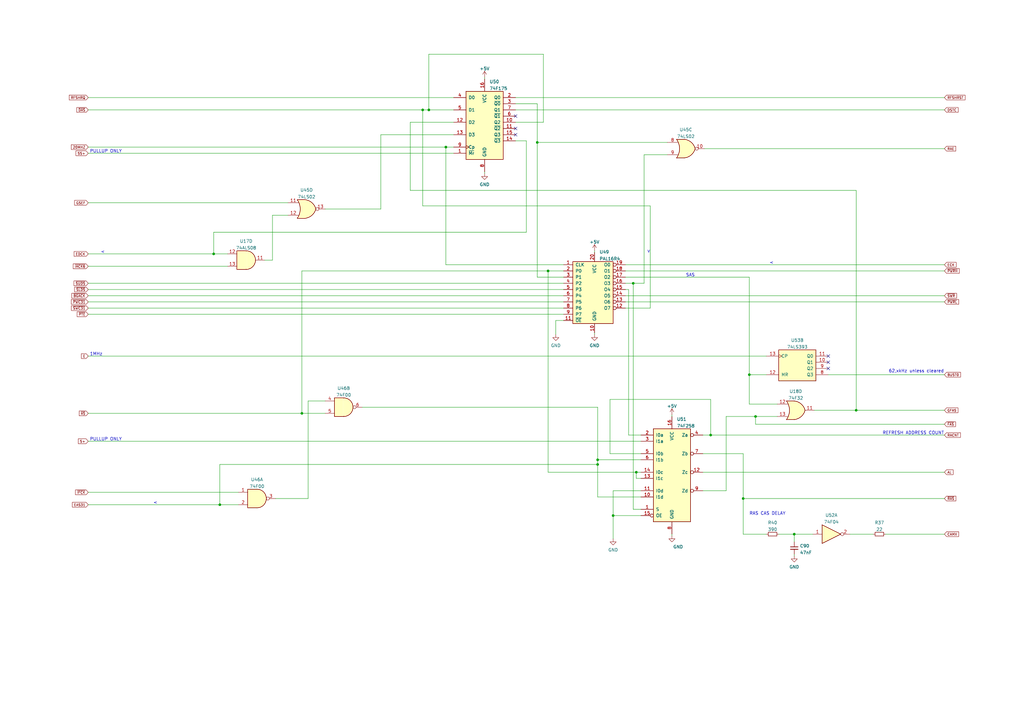
<source format=kicad_sch>
(kicad_sch (version 20211123) (generator eeschema)
  (paper "A3")
  (lib_symbols
    (symbol "74xx:74LS00" (pin_names (offset 1.016))
      (property "Reference" "U" (at 0 1.27 0))
      (property "Value" "74LS00" (at 0 -1.27 0))
      (symbol "74LS00_1_1"
        (arc (start 0 -3.81) (mid 3.81 0) (end 0 3.81) (stroke (width 0.254)) (fill (type background)))
        (polyline (pts (xy 0 3.81) (xy -3.81 3.81) (xy -3.81 -3.81) (xy 0 -3.81)) (stroke (width 0.254)) (fill (type background)))
        (pin input line (at -7.62 2.54 0) (length 3.81) (name "~") (number "1"))
        (pin input line (at -7.62 -2.54 0) (length 3.81) (name "~") (number "2"))
        (pin output inverted (at 7.62 0 180) (length 3.81) (name "~") (number "3"))
      )
      (symbol "74LS00_1_2"
        (arc (start -3.81 -3.81) (mid -2.589 0) (end -3.81 3.81) (stroke (width 0.254)))
        (arc (start -0.6096 -3.81) (mid 2.1855 -2.584) (end 3.81 0) (stroke (width 0.254)) (fill (type background)))
        (polyline (pts (xy -3.81 -3.81) (xy -0.635 -3.81)) (stroke (width 0.254)) (fill (type background)))
        (polyline (pts (xy -3.81 3.81) (xy -0.635 3.81)) (stroke (width 0.254)) (fill (type background)))
        (polyline (pts (xy -0.635 3.81) (xy -3.81 3.81) (xy -3.81 3.81) (xy -3.556 3.4036) (xy -3.0226 2.2606) (xy -2.6924 1.0414) (xy -2.6162 -0.254) (xy -2.7686 -1.4986) (xy -3.175 -2.7178) (xy -3.81 -3.81) (xy -3.81 -3.81) (xy -0.635 -3.81)) (stroke (width -25.4)) (fill (type background)))
        (arc (start 3.81 0) (mid 2.1928 2.5925) (end -0.6096 3.81) (stroke (width 0.254)) (fill (type background)))
        (pin input inverted (at -7.62 2.54 0) (length 4.318) (name "~") (number "1"))
        (pin input inverted (at -7.62 -2.54 0) (length 4.318) (name "~") (number "2"))
        (pin output line (at 7.62 0 180) (length 3.81) (name "~") (number "3"))
      )
      (symbol "74LS00_2_1"
        (arc (start 0 -3.81) (mid 3.81 0) (end 0 3.81) (stroke (width 0.254)) (fill (type background)))
        (polyline (pts (xy 0 3.81) (xy -3.81 3.81) (xy -3.81 -3.81) (xy 0 -3.81)) (stroke (width 0.254)) (fill (type background)))
        (pin input line (at -7.62 2.54 0) (length 3.81) (name "~") (number "4"))
        (pin input line (at -7.62 -2.54 0) (length 3.81) (name "~") (number "5"))
        (pin output inverted (at 7.62 0 180) (length 3.81) (name "~") (number "6"))
      )
      (symbol "74LS00_2_2"
        (arc (start -3.81 -3.81) (mid -2.589 0) (end -3.81 3.81) (stroke (width 0.254)))
        (arc (start -0.6096 -3.81) (mid 2.1855 -2.584) (end 3.81 0) (stroke (width 0.254)) (fill (type background)))
        (polyline (pts (xy -3.81 -3.81) (xy -0.635 -3.81)) (stroke (width 0.254)) (fill (type background)))
        (polyline (pts (xy -3.81 3.81) (xy -0.635 3.81)) (stroke (width 0.254)) (fill (type background)))
        (polyline (pts (xy -0.635 3.81) (xy -3.81 3.81) (xy -3.81 3.81) (xy -3.556 3.4036) (xy -3.0226 2.2606) (xy -2.6924 1.0414) (xy -2.6162 -0.254) (xy -2.7686 -1.4986) (xy -3.175 -2.7178) (xy -3.81 -3.81) (xy -3.81 -3.81) (xy -0.635 -3.81)) (stroke (width -25.4)) (fill (type background)))
        (arc (start 3.81 0) (mid 2.1928 2.5925) (end -0.6096 3.81) (stroke (width 0.254)) (fill (type background)))
        (pin input inverted (at -7.62 2.54 0) (length 4.318) (name "~") (number "4"))
        (pin input inverted (at -7.62 -2.54 0) (length 4.318) (name "~") (number "5"))
        (pin output line (at 7.62 0 180) (length 3.81) (name "~") (number "6"))
      )
      (symbol "74LS00_3_1"
        (arc (start 0 -3.81) (mid 3.81 0) (end 0 3.81) (stroke (width 0.254)) (fill (type background)))
        (polyline (pts (xy 0 3.81) (xy -3.81 3.81) (xy -3.81 -3.81) (xy 0 -3.81)) (stroke (width 0.254)) (fill (type background)))
        (pin input line (at -7.62 -2.54 0) (length 3.81) (name "~") (number "10"))
        (pin output inverted (at 7.62 0 180) (length 3.81) (name "~") (number "8"))
        (pin input line (at -7.62 2.54 0) (length 3.81) (name "~") (number "9"))
      )
      (symbol "74LS00_3_2"
        (arc (start -3.81 -3.81) (mid -2.589 0) (end -3.81 3.81) (stroke (width 0.254)))
        (arc (start -0.6096 -3.81) (mid 2.1855 -2.584) (end 3.81 0) (stroke (width 0.254)) (fill (type background)))
        (polyline (pts (xy -3.81 -3.81) (xy -0.635 -3.81)) (stroke (width 0.254)) (fill (type background)))
        (polyline (pts (xy -3.81 3.81) (xy -0.635 3.81)) (stroke (width 0.254)) (fill (type background)))
        (polyline (pts (xy -0.635 3.81) (xy -3.81 3.81) (xy -3.81 3.81) (xy -3.556 3.4036) (xy -3.0226 2.2606) (xy -2.6924 1.0414) (xy -2.6162 -0.254) (xy -2.7686 -1.4986) (xy -3.175 -2.7178) (xy -3.81 -3.81) (xy -3.81 -3.81) (xy -0.635 -3.81)) (stroke (width -25.4)) (fill (type background)))
        (arc (start 3.81 0) (mid 2.1928 2.5925) (end -0.6096 3.81) (stroke (width 0.254)) (fill (type background)))
        (pin input inverted (at -7.62 -2.54 0) (length 4.318) (name "~") (number "10"))
        (pin output line (at 7.62 0 180) (length 3.81) (name "~") (number "8"))
        (pin input inverted (at -7.62 2.54 0) (length 4.318) (name "~") (number "9"))
      )
      (symbol "74LS00_4_1"
        (arc (start 0 -3.81) (mid 3.81 0) (end 0 3.81) (stroke (width 0.254)) (fill (type background)))
        (polyline (pts (xy 0 3.81) (xy -3.81 3.81) (xy -3.81 -3.81) (xy 0 -3.81)) (stroke (width 0.254)) (fill (type background)))
        (pin output inverted (at 7.62 0 180) (length 3.81) (name "~") (number "11"))
        (pin input line (at -7.62 2.54 0) (length 3.81) (name "~") (number "12"))
        (pin input line (at -7.62 -2.54 0) (length 3.81) (name "~") (number "13"))
      )
      (symbol "74LS00_4_2"
        (arc (start -3.81 -3.81) (mid -2.589 0) (end -3.81 3.81) (stroke (width 0.254)))
        (arc (start -0.6096 -3.81) (mid 2.1855 -2.584) (end 3.81 0) (stroke (width 0.254)) (fill (type background)))
        (polyline (pts (xy -3.81 -3.81) (xy -0.635 -3.81)) (stroke (width 0.254)) (fill (type background)))
        (polyline (pts (xy -3.81 3.81) (xy -0.635 3.81)) (stroke (width 0.254)) (fill (type background)))
        (polyline (pts (xy -0.635 3.81) (xy -3.81 3.81) (xy -3.81 3.81) (xy -3.556 3.4036) (xy -3.0226 2.2606) (xy -2.6924 1.0414) (xy -2.6162 -0.254) (xy -2.7686 -1.4986) (xy -3.175 -2.7178) (xy -3.81 -3.81) (xy -3.81 -3.81) (xy -0.635 -3.81)) (stroke (width -25.4)) (fill (type background)))
        (arc (start 3.81 0) (mid 2.1928 2.5925) (end -0.6096 3.81) (stroke (width 0.254)) (fill (type background)))
        (pin output line (at 7.62 0 180) (length 3.81) (name "~") (number "11"))
        (pin input inverted (at -7.62 2.54 0) (length 4.318) (name "~") (number "12"))
        (pin input inverted (at -7.62 -2.54 0) (length 4.318) (name "~") (number "13"))
      )
      (symbol "74LS00_5_0"
        (pin power_in line (at 0 12.7 270) (length 5.08) (name "VCC") (number "14"))
        (pin power_in line (at 0 -12.7 90) (length 5.08) (name "GND") (number "7"))
      )
      (symbol "74LS00_5_1"
        (rectangle (start -5.08 7.62) (end 5.08 -7.62) (stroke (width 0.254)) (fill (type background)))
      )
    )
    (symbol "74xx:74LS02" (pin_names (offset 1.016))
      (property "Reference" "U" (at 0 1.27 0))
      (property "Value" "74LS02" (at 0 -1.27 0))
      (symbol "74LS02_1_1"
        (arc (start -3.81 -3.81) (mid -2.589 0) (end -3.81 3.81) (stroke (width 0.254)))
        (arc (start -0.6096 -3.81) (mid 2.1855 -2.584) (end 3.81 0) (stroke (width 0.254)) (fill (type background)))
        (polyline (pts (xy -3.81 -3.81) (xy -0.635 -3.81)) (stroke (width 0.254)) (fill (type background)))
        (polyline (pts (xy -3.81 3.81) (xy -0.635 3.81)) (stroke (width 0.254)) (fill (type background)))
        (polyline (pts (xy -0.635 3.81) (xy -3.81 3.81) (xy -3.81 3.81) (xy -3.556 3.4036) (xy -3.0226 2.2606) (xy -2.6924 1.0414) (xy -2.6162 -0.254) (xy -2.7686 -1.4986) (xy -3.175 -2.7178) (xy -3.81 -3.81) (xy -3.81 -3.81) (xy -0.635 -3.81)) (stroke (width -25.4)) (fill (type background)))
        (arc (start 3.81 0) (mid 2.1928 2.5925) (end -0.6096 3.81) (stroke (width 0.254)) (fill (type background)))
        (pin output inverted (at 7.62 0 180) (length 3.81) (name "~") (number "1"))
        (pin input line (at -7.62 2.54 0) (length 4.318) (name "~") (number "2"))
        (pin input line (at -7.62 -2.54 0) (length 4.318) (name "~") (number "3"))
      )
      (symbol "74LS02_1_2"
        (arc (start 0 -3.81) (mid 3.81 0) (end 0 3.81) (stroke (width 0.254)) (fill (type background)))
        (polyline (pts (xy 0 3.81) (xy -3.81 3.81) (xy -3.81 -3.81) (xy 0 -3.81)) (stroke (width 0.254)) (fill (type background)))
        (pin output line (at 7.62 0 180) (length 3.81) (name "~") (number "1"))
        (pin input inverted (at -7.62 2.54 0) (length 3.81) (name "~") (number "2"))
        (pin input inverted (at -7.62 -2.54 0) (length 3.81) (name "~") (number "3"))
      )
      (symbol "74LS02_2_1"
        (arc (start -3.81 -3.81) (mid -2.589 0) (end -3.81 3.81) (stroke (width 0.254)))
        (arc (start -0.6096 -3.81) (mid 2.1855 -2.584) (end 3.81 0) (stroke (width 0.254)) (fill (type background)))
        (polyline (pts (xy -3.81 -3.81) (xy -0.635 -3.81)) (stroke (width 0.254)) (fill (type background)))
        (polyline (pts (xy -3.81 3.81) (xy -0.635 3.81)) (stroke (width 0.254)) (fill (type background)))
        (polyline (pts (xy -0.635 3.81) (xy -3.81 3.81) (xy -3.81 3.81) (xy -3.556 3.4036) (xy -3.0226 2.2606) (xy -2.6924 1.0414) (xy -2.6162 -0.254) (xy -2.7686 -1.4986) (xy -3.175 -2.7178) (xy -3.81 -3.81) (xy -3.81 -3.81) (xy -0.635 -3.81)) (stroke (width -25.4)) (fill (type background)))
        (arc (start 3.81 0) (mid 2.1928 2.5925) (end -0.6096 3.81) (stroke (width 0.254)) (fill (type background)))
        (pin output inverted (at 7.62 0 180) (length 3.81) (name "~") (number "4"))
        (pin input line (at -7.62 2.54 0) (length 4.318) (name "~") (number "5"))
        (pin input line (at -7.62 -2.54 0) (length 4.318) (name "~") (number "6"))
      )
      (symbol "74LS02_2_2"
        (arc (start 0 -3.81) (mid 3.81 0) (end 0 3.81) (stroke (width 0.254)) (fill (type background)))
        (polyline (pts (xy 0 3.81) (xy -3.81 3.81) (xy -3.81 -3.81) (xy 0 -3.81)) (stroke (width 0.254)) (fill (type background)))
        (pin output line (at 7.62 0 180) (length 3.81) (name "~") (number "4"))
        (pin input inverted (at -7.62 2.54 0) (length 3.81) (name "~") (number "5"))
        (pin input inverted (at -7.62 -2.54 0) (length 3.81) (name "~") (number "6"))
      )
      (symbol "74LS02_3_1"
        (arc (start -3.81 -3.81) (mid -2.589 0) (end -3.81 3.81) (stroke (width 0.254)))
        (arc (start -0.6096 -3.81) (mid 2.1855 -2.584) (end 3.81 0) (stroke (width 0.254)) (fill (type background)))
        (polyline (pts (xy -3.81 -3.81) (xy -0.635 -3.81)) (stroke (width 0.254)) (fill (type background)))
        (polyline (pts (xy -3.81 3.81) (xy -0.635 3.81)) (stroke (width 0.254)) (fill (type background)))
        (polyline (pts (xy -0.635 3.81) (xy -3.81 3.81) (xy -3.81 3.81) (xy -3.556 3.4036) (xy -3.0226 2.2606) (xy -2.6924 1.0414) (xy -2.6162 -0.254) (xy -2.7686 -1.4986) (xy -3.175 -2.7178) (xy -3.81 -3.81) (xy -3.81 -3.81) (xy -0.635 -3.81)) (stroke (width -25.4)) (fill (type background)))
        (arc (start 3.81 0) (mid 2.1928 2.5925) (end -0.6096 3.81) (stroke (width 0.254)) (fill (type background)))
        (pin output inverted (at 7.62 0 180) (length 3.81) (name "~") (number "10"))
        (pin input line (at -7.62 2.54 0) (length 4.318) (name "~") (number "8"))
        (pin input line (at -7.62 -2.54 0) (length 4.318) (name "~") (number "9"))
      )
      (symbol "74LS02_3_2"
        (arc (start 0 -3.81) (mid 3.81 0) (end 0 3.81) (stroke (width 0.254)) (fill (type background)))
        (polyline (pts (xy 0 3.81) (xy -3.81 3.81) (xy -3.81 -3.81) (xy 0 -3.81)) (stroke (width 0.254)) (fill (type background)))
        (pin output line (at 7.62 0 180) (length 3.81) (name "~") (number "10"))
        (pin input inverted (at -7.62 2.54 0) (length 3.81) (name "~") (number "8"))
        (pin input inverted (at -7.62 -2.54 0) (length 3.81) (name "~") (number "9"))
      )
      (symbol "74LS02_4_1"
        (arc (start -3.81 -3.81) (mid -2.589 0) (end -3.81 3.81) (stroke (width 0.254)))
        (arc (start -0.6096 -3.81) (mid 2.1855 -2.584) (end 3.81 0) (stroke (width 0.254)) (fill (type background)))
        (polyline (pts (xy -3.81 -3.81) (xy -0.635 -3.81)) (stroke (width 0.254)) (fill (type background)))
        (polyline (pts (xy -3.81 3.81) (xy -0.635 3.81)) (stroke (width 0.254)) (fill (type background)))
        (polyline (pts (xy -0.635 3.81) (xy -3.81 3.81) (xy -3.81 3.81) (xy -3.556 3.4036) (xy -3.0226 2.2606) (xy -2.6924 1.0414) (xy -2.6162 -0.254) (xy -2.7686 -1.4986) (xy -3.175 -2.7178) (xy -3.81 -3.81) (xy -3.81 -3.81) (xy -0.635 -3.81)) (stroke (width -25.4)) (fill (type background)))
        (arc (start 3.81 0) (mid 2.1928 2.5925) (end -0.6096 3.81) (stroke (width 0.254)) (fill (type background)))
        (pin input line (at -7.62 2.54 0) (length 4.318) (name "~") (number "11"))
        (pin input line (at -7.62 -2.54 0) (length 4.318) (name "~") (number "12"))
        (pin output inverted (at 7.62 0 180) (length 3.81) (name "~") (number "13"))
      )
      (symbol "74LS02_4_2"
        (arc (start 0 -3.81) (mid 3.81 0) (end 0 3.81) (stroke (width 0.254)) (fill (type background)))
        (polyline (pts (xy 0 3.81) (xy -3.81 3.81) (xy -3.81 -3.81) (xy 0 -3.81)) (stroke (width 0.254)) (fill (type background)))
        (pin input inverted (at -7.62 2.54 0) (length 3.81) (name "~") (number "11"))
        (pin input inverted (at -7.62 -2.54 0) (length 3.81) (name "~") (number "12"))
        (pin output line (at 7.62 0 180) (length 3.81) (name "~") (number "13"))
      )
      (symbol "74LS02_5_0"
        (pin power_in line (at 0 12.7 270) (length 5.08) (name "VCC") (number "14"))
        (pin power_in line (at 0 -12.7 90) (length 5.08) (name "GND") (number "7"))
      )
      (symbol "74LS02_5_1"
        (rectangle (start -5.08 7.62) (end 5.08 -7.62) (stroke (width 0.254)) (fill (type background)))
      )
    )
    (symbol "74xx:74LS04"
      (property "Reference" "U" (at 0 1.27 0))
      (property "Value" "74LS04" (at 0 -1.27 0))
      (symbol "74LS04_1_0"
        (polyline (pts (xy -3.81 3.81) (xy -3.81 -3.81) (xy 3.81 0) (xy -3.81 3.81)) (stroke (width 0.254)) (fill (type background)))
        (pin input line (at -7.62 0 0) (length 3.81) (name "~") (number "1"))
        (pin output inverted (at 7.62 0 180) (length 3.81) (name "~") (number "2"))
      )
      (symbol "74LS04_2_0"
        (polyline (pts (xy -3.81 3.81) (xy -3.81 -3.81) (xy 3.81 0) (xy -3.81 3.81)) (stroke (width 0.254)) (fill (type background)))
        (pin input line (at -7.62 0 0) (length 3.81) (name "~") (number "3"))
        (pin output inverted (at 7.62 0 180) (length 3.81) (name "~") (number "4"))
      )
      (symbol "74LS04_3_0"
        (polyline (pts (xy -3.81 3.81) (xy -3.81 -3.81) (xy 3.81 0) (xy -3.81 3.81)) (stroke (width 0.254)) (fill (type background)))
        (pin input line (at -7.62 0 0) (length 3.81) (name "~") (number "5"))
        (pin output inverted (at 7.62 0 180) (length 3.81) (name "~") (number "6"))
      )
      (symbol "74LS04_4_0"
        (polyline (pts (xy -3.81 3.81) (xy -3.81 -3.81) (xy 3.81 0) (xy -3.81 3.81)) (stroke (width 0.254)) (fill (type background)))
        (pin output inverted (at 7.62 0 180) (length 3.81) (name "~") (number "8"))
        (pin input line (at -7.62 0 0) (length 3.81) (name "~") (number "9"))
      )
      (symbol "74LS04_5_0"
        (polyline (pts (xy -3.81 3.81) (xy -3.81 -3.81) (xy 3.81 0) (xy -3.81 3.81)) (stroke (width 0.254)) (fill (type background)))
        (pin output inverted (at 7.62 0 180) (length 3.81) (name "~") (number "10"))
        (pin input line (at -7.62 0 0) (length 3.81) (name "~") (number "11"))
      )
      (symbol "74LS04_6_0"
        (polyline (pts (xy -3.81 3.81) (xy -3.81 -3.81) (xy 3.81 0) (xy -3.81 3.81)) (stroke (width 0.254)) (fill (type background)))
        (pin output inverted (at 7.62 0 180) (length 3.81) (name "~") (number "12"))
        (pin input line (at -7.62 0 0) (length 3.81) (name "~") (number "13"))
      )
      (symbol "74LS04_7_0"
        (pin power_in line (at 0 12.7 270) (length 5.08) (name "VCC") (number "14"))
        (pin power_in line (at 0 -12.7 90) (length 5.08) (name "GND") (number "7"))
      )
      (symbol "74LS04_7_1"
        (rectangle (start -5.08 7.62) (end 5.08 -7.62) (stroke (width 0.254)) (fill (type background)))
      )
    )
    (symbol "74xx:74LS08" (pin_names (offset 1.016))
      (property "Reference" "U" (at 0 1.27 0))
      (property "Value" "74LS08" (at 0 -1.27 0))
      (symbol "74LS08_1_1"
        (arc (start 0 -3.81) (mid 3.81 0) (end 0 3.81) (stroke (width 0.254)) (fill (type background)))
        (polyline (pts (xy 0 3.81) (xy -3.81 3.81) (xy -3.81 -3.81) (xy 0 -3.81)) (stroke (width 0.254)) (fill (type background)))
        (pin input line (at -7.62 2.54 0) (length 3.81) (name "~") (number "1"))
        (pin input line (at -7.62 -2.54 0) (length 3.81) (name "~") (number "2"))
        (pin output line (at 7.62 0 180) (length 3.81) (name "~") (number "3"))
      )
      (symbol "74LS08_1_2"
        (arc (start -3.81 -3.81) (mid -2.589 0) (end -3.81 3.81) (stroke (width 0.254)))
        (arc (start -0.6096 -3.81) (mid 2.1842 -2.5851) (end 3.81 0) (stroke (width 0.254)) (fill (type background)))
        (polyline (pts (xy -3.81 -3.81) (xy -0.635 -3.81)) (stroke (width 0.254)) (fill (type background)))
        (polyline (pts (xy -3.81 3.81) (xy -0.635 3.81)) (stroke (width 0.254)) (fill (type background)))
        (polyline (pts (xy -0.635 3.81) (xy -3.81 3.81) (xy -3.81 3.81) (xy -3.556 3.4036) (xy -3.0226 2.2606) (xy -2.6924 1.0414) (xy -2.6162 -0.254) (xy -2.7686 -1.4986) (xy -3.175 -2.7178) (xy -3.81 -3.81) (xy -3.81 -3.81) (xy -0.635 -3.81)) (stroke (width -25.4)) (fill (type background)))
        (arc (start 3.81 0) (mid 2.1915 2.5936) (end -0.6096 3.81) (stroke (width 0.254)) (fill (type background)))
        (pin input inverted (at -7.62 2.54 0) (length 4.318) (name "~") (number "1"))
        (pin input inverted (at -7.62 -2.54 0) (length 4.318) (name "~") (number "2"))
        (pin output inverted (at 7.62 0 180) (length 3.81) (name "~") (number "3"))
      )
      (symbol "74LS08_2_1"
        (arc (start 0 -3.81) (mid 3.81 0) (end 0 3.81) (stroke (width 0.254)) (fill (type background)))
        (polyline (pts (xy 0 3.81) (xy -3.81 3.81) (xy -3.81 -3.81) (xy 0 -3.81)) (stroke (width 0.254)) (fill (type background)))
        (pin input line (at -7.62 2.54 0) (length 3.81) (name "~") (number "4"))
        (pin input line (at -7.62 -2.54 0) (length 3.81) (name "~") (number "5"))
        (pin output line (at 7.62 0 180) (length 3.81) (name "~") (number "6"))
      )
      (symbol "74LS08_2_2"
        (arc (start -3.81 -3.81) (mid -2.589 0) (end -3.81 3.81) (stroke (width 0.254)))
        (arc (start -0.6096 -3.81) (mid 2.1842 -2.5851) (end 3.81 0) (stroke (width 0.254)) (fill (type background)))
        (polyline (pts (xy -3.81 -3.81) (xy -0.635 -3.81)) (stroke (width 0.254)) (fill (type background)))
        (polyline (pts (xy -3.81 3.81) (xy -0.635 3.81)) (stroke (width 0.254)) (fill (type background)))
        (polyline (pts (xy -0.635 3.81) (xy -3.81 3.81) (xy -3.81 3.81) (xy -3.556 3.4036) (xy -3.0226 2.2606) (xy -2.6924 1.0414) (xy -2.6162 -0.254) (xy -2.7686 -1.4986) (xy -3.175 -2.7178) (xy -3.81 -3.81) (xy -3.81 -3.81) (xy -0.635 -3.81)) (stroke (width -25.4)) (fill (type background)))
        (arc (start 3.81 0) (mid 2.1915 2.5936) (end -0.6096 3.81) (stroke (width 0.254)) (fill (type background)))
        (pin input inverted (at -7.62 2.54 0) (length 4.318) (name "~") (number "4"))
        (pin input inverted (at -7.62 -2.54 0) (length 4.318) (name "~") (number "5"))
        (pin output inverted (at 7.62 0 180) (length 3.81) (name "~") (number "6"))
      )
      (symbol "74LS08_3_1"
        (arc (start 0 -3.81) (mid 3.81 0) (end 0 3.81) (stroke (width 0.254)) (fill (type background)))
        (polyline (pts (xy 0 3.81) (xy -3.81 3.81) (xy -3.81 -3.81) (xy 0 -3.81)) (stroke (width 0.254)) (fill (type background)))
        (pin input line (at -7.62 -2.54 0) (length 3.81) (name "~") (number "10"))
        (pin output line (at 7.62 0 180) (length 3.81) (name "~") (number "8"))
        (pin input line (at -7.62 2.54 0) (length 3.81) (name "~") (number "9"))
      )
      (symbol "74LS08_3_2"
        (arc (start -3.81 -3.81) (mid -2.589 0) (end -3.81 3.81) (stroke (width 0.254)))
        (arc (start -0.6096 -3.81) (mid 2.1842 -2.5851) (end 3.81 0) (stroke (width 0.254)) (fill (type background)))
        (polyline (pts (xy -3.81 -3.81) (xy -0.635 -3.81)) (stroke (width 0.254)) (fill (type background)))
        (polyline (pts (xy -3.81 3.81) (xy -0.635 3.81)) (stroke (width 0.254)) (fill (type background)))
        (polyline (pts (xy -0.635 3.81) (xy -3.81 3.81) (xy -3.81 3.81) (xy -3.556 3.4036) (xy -3.0226 2.2606) (xy -2.6924 1.0414) (xy -2.6162 -0.254) (xy -2.7686 -1.4986) (xy -3.175 -2.7178) (xy -3.81 -3.81) (xy -3.81 -3.81) (xy -0.635 -3.81)) (stroke (width -25.4)) (fill (type background)))
        (arc (start 3.81 0) (mid 2.1915 2.5936) (end -0.6096 3.81) (stroke (width 0.254)) (fill (type background)))
        (pin input inverted (at -7.62 -2.54 0) (length 4.318) (name "~") (number "10"))
        (pin output inverted (at 7.62 0 180) (length 3.81) (name "~") (number "8"))
        (pin input inverted (at -7.62 2.54 0) (length 4.318) (name "~") (number "9"))
      )
      (symbol "74LS08_4_1"
        (arc (start 0 -3.81) (mid 3.81 0) (end 0 3.81) (stroke (width 0.254)) (fill (type background)))
        (polyline (pts (xy 0 3.81) (xy -3.81 3.81) (xy -3.81 -3.81) (xy 0 -3.81)) (stroke (width 0.254)) (fill (type background)))
        (pin output line (at 7.62 0 180) (length 3.81) (name "~") (number "11"))
        (pin input line (at -7.62 2.54 0) (length 3.81) (name "~") (number "12"))
        (pin input line (at -7.62 -2.54 0) (length 3.81) (name "~") (number "13"))
      )
      (symbol "74LS08_4_2"
        (arc (start -3.81 -3.81) (mid -2.589 0) (end -3.81 3.81) (stroke (width 0.254)))
        (arc (start -0.6096 -3.81) (mid 2.1842 -2.5851) (end 3.81 0) (stroke (width 0.254)) (fill (type background)))
        (polyline (pts (xy -3.81 -3.81) (xy -0.635 -3.81)) (stroke (width 0.254)) (fill (type background)))
        (polyline (pts (xy -3.81 3.81) (xy -0.635 3.81)) (stroke (width 0.254)) (fill (type background)))
        (polyline (pts (xy -0.635 3.81) (xy -3.81 3.81) (xy -3.81 3.81) (xy -3.556 3.4036) (xy -3.0226 2.2606) (xy -2.6924 1.0414) (xy -2.6162 -0.254) (xy -2.7686 -1.4986) (xy -3.175 -2.7178) (xy -3.81 -3.81) (xy -3.81 -3.81) (xy -0.635 -3.81)) (stroke (width -25.4)) (fill (type background)))
        (arc (start 3.81 0) (mid 2.1915 2.5936) (end -0.6096 3.81) (stroke (width 0.254)) (fill (type background)))
        (pin output inverted (at 7.62 0 180) (length 3.81) (name "~") (number "11"))
        (pin input inverted (at -7.62 2.54 0) (length 4.318) (name "~") (number "12"))
        (pin input inverted (at -7.62 -2.54 0) (length 4.318) (name "~") (number "13"))
      )
      (symbol "74LS08_5_0"
        (pin power_in line (at 0 12.7 270) (length 5.08) (name "VCC") (number "14"))
        (pin power_in line (at 0 -12.7 90) (length 5.08) (name "GND") (number "7"))
      )
      (symbol "74LS08_5_1"
        (rectangle (start -5.08 7.62) (end 5.08 -7.62) (stroke (width 0.254)) (fill (type background)))
      )
    )
    (symbol "74xx:74LS175" (pin_names (offset 1.016))
      (property "Reference" "U" (at -7.62 13.97 0))
      (property "Value" "74LS175" (at -7.62 -16.51 0))
      (symbol "74LS175_1_0"
        (pin input line (at -12.7 -12.7 0) (length 5.08) (name "~{Mr}") (number "1"))
        (pin output line (at 12.7 0 180) (length 5.08) (name "Q2") (number "10"))
        (pin output line (at 12.7 -2.54 180) (length 5.08) (name "~{Q2}") (number "11"))
        (pin input line (at -12.7 0 0) (length 5.08) (name "D2") (number "12"))
        (pin input line (at -12.7 -5.08 0) (length 5.08) (name "D3") (number "13"))
        (pin output line (at 12.7 -7.62 180) (length 5.08) (name "~{Q3}") (number "14"))
        (pin output line (at 12.7 -5.08 180) (length 5.08) (name "Q3") (number "15"))
        (pin power_in line (at 0 17.78 270) (length 5.08) (name "VCC") (number "16"))
        (pin output line (at 12.7 10.16 180) (length 5.08) (name "Q0") (number "2"))
        (pin output line (at 12.7 7.62 180) (length 5.08) (name "~{Q0}") (number "3"))
        (pin input line (at -12.7 10.16 0) (length 5.08) (name "D0") (number "4"))
        (pin input line (at -12.7 5.08 0) (length 5.08) (name "D1") (number "5"))
        (pin output line (at 12.7 2.54 180) (length 5.08) (name "~{Q1}") (number "6"))
        (pin output line (at 12.7 5.08 180) (length 5.08) (name "Q1") (number "7"))
        (pin power_in line (at 0 -20.32 90) (length 5.08) (name "GND") (number "8"))
        (pin input clock (at -12.7 -10.16 0) (length 5.08) (name "Cp") (number "9"))
      )
      (symbol "74LS175_1_1"
        (rectangle (start -7.62 12.7) (end 7.62 -15.24) (stroke (width 0.254)) (fill (type background)))
      )
    )
    (symbol "74xx:74LS258" (pin_names (offset 1.016))
      (property "Reference" "U" (at -7.62 19.05 0))
      (property "Value" "74LS258" (at -7.62 -21.59 0))
      (symbol "74LS258_1_0"
        (pin input line (at -12.7 -15.24 0) (length 5.08) (name "S") (number "1"))
        (pin input line (at -12.7 -10.16 0) (length 5.08) (name "I1d") (number "10"))
        (pin input line (at -12.7 -7.62 0) (length 5.08) (name "I0d") (number "11"))
        (pin tri_state inverted (at 12.7 0 180) (length 5.08) (name "Zc") (number "12"))
        (pin input line (at -12.7 -2.54 0) (length 5.08) (name "I1c") (number "13"))
        (pin input line (at -12.7 0 0) (length 5.08) (name "I0c") (number "14"))
        (pin input inverted (at -12.7 -17.78 0) (length 5.08) (name "OE") (number "15"))
        (pin power_in line (at 0 22.86 270) (length 5.08) (name "VCC") (number "16"))
        (pin input line (at -12.7 15.24 0) (length 5.08) (name "I0a") (number "2"))
        (pin input line (at -12.7 12.7 0) (length 5.08) (name "I1a") (number "3"))
        (pin tri_state inverted (at 12.7 15.24 180) (length 5.08) (name "Za") (number "4"))
        (pin input line (at -12.7 7.62 0) (length 5.08) (name "I0b") (number "5"))
        (pin input line (at -12.7 5.08 0) (length 5.08) (name "I1b") (number "6"))
        (pin tri_state inverted (at 12.7 7.62 180) (length 5.08) (name "Zb") (number "7"))
        (pin power_in line (at 0 -25.4 90) (length 5.08) (name "GND") (number "8"))
        (pin tri_state inverted (at 12.7 -7.62 180) (length 5.08) (name "Zd") (number "9"))
      )
      (symbol "74LS258_1_1"
        (rectangle (start -7.62 17.78) (end 7.62 -20.32) (stroke (width 0.254)) (fill (type background)))
      )
    )
    (symbol "74xx:74LS32" (pin_names (offset 1.016))
      (property "Reference" "U" (at 0 1.27 0))
      (property "Value" "74LS32" (at 0 -1.27 0))
      (symbol "74LS32_1_1"
        (arc (start -3.81 -3.81) (mid -2.589 0) (end -3.81 3.81) (stroke (width 0.254)))
        (arc (start -0.6096 -3.81) (mid 2.1842 -2.5851) (end 3.81 0) (stroke (width 0.254)) (fill (type background)))
        (polyline (pts (xy -3.81 -3.81) (xy -0.635 -3.81)) (stroke (width 0.254)) (fill (type background)))
        (polyline (pts (xy -3.81 3.81) (xy -0.635 3.81)) (stroke (width 0.254)) (fill (type background)))
        (polyline (pts (xy -0.635 3.81) (xy -3.81 3.81) (xy -3.81 3.81) (xy -3.556 3.4036) (xy -3.0226 2.2606) (xy -2.6924 1.0414) (xy -2.6162 -0.254) (xy -2.7686 -1.4986) (xy -3.175 -2.7178) (xy -3.81 -3.81) (xy -3.81 -3.81) (xy -0.635 -3.81)) (stroke (width -25.4)) (fill (type background)))
        (arc (start 3.81 0) (mid 2.1915 2.5936) (end -0.6096 3.81) (stroke (width 0.254)) (fill (type background)))
        (pin input line (at -7.62 2.54 0) (length 4.318) (name "~") (number "1"))
        (pin input line (at -7.62 -2.54 0) (length 4.318) (name "~") (number "2"))
        (pin output line (at 7.62 0 180) (length 3.81) (name "~") (number "3"))
      )
      (symbol "74LS32_1_2"
        (arc (start 0 -3.81) (mid 3.81 0) (end 0 3.81) (stroke (width 0.254)) (fill (type background)))
        (polyline (pts (xy 0 3.81) (xy -3.81 3.81) (xy -3.81 -3.81) (xy 0 -3.81)) (stroke (width 0.254)) (fill (type background)))
        (pin input inverted (at -7.62 2.54 0) (length 3.81) (name "~") (number "1"))
        (pin input inverted (at -7.62 -2.54 0) (length 3.81) (name "~") (number "2"))
        (pin output inverted (at 7.62 0 180) (length 3.81) (name "~") (number "3"))
      )
      (symbol "74LS32_2_1"
        (arc (start -3.81 -3.81) (mid -2.589 0) (end -3.81 3.81) (stroke (width 0.254)))
        (arc (start -0.6096 -3.81) (mid 2.1842 -2.5851) (end 3.81 0) (stroke (width 0.254)) (fill (type background)))
        (polyline (pts (xy -3.81 -3.81) (xy -0.635 -3.81)) (stroke (width 0.254)) (fill (type background)))
        (polyline (pts (xy -3.81 3.81) (xy -0.635 3.81)) (stroke (width 0.254)) (fill (type background)))
        (polyline (pts (xy -0.635 3.81) (xy -3.81 3.81) (xy -3.81 3.81) (xy -3.556 3.4036) (xy -3.0226 2.2606) (xy -2.6924 1.0414) (xy -2.6162 -0.254) (xy -2.7686 -1.4986) (xy -3.175 -2.7178) (xy -3.81 -3.81) (xy -3.81 -3.81) (xy -0.635 -3.81)) (stroke (width -25.4)) (fill (type background)))
        (arc (start 3.81 0) (mid 2.1915 2.5936) (end -0.6096 3.81) (stroke (width 0.254)) (fill (type background)))
        (pin input line (at -7.62 2.54 0) (length 4.318) (name "~") (number "4"))
        (pin input line (at -7.62 -2.54 0) (length 4.318) (name "~") (number "5"))
        (pin output line (at 7.62 0 180) (length 3.81) (name "~") (number "6"))
      )
      (symbol "74LS32_2_2"
        (arc (start 0 -3.81) (mid 3.81 0) (end 0 3.81) (stroke (width 0.254)) (fill (type background)))
        (polyline (pts (xy 0 3.81) (xy -3.81 3.81) (xy -3.81 -3.81) (xy 0 -3.81)) (stroke (width 0.254)) (fill (type background)))
        (pin input inverted (at -7.62 2.54 0) (length 3.81) (name "~") (number "4"))
        (pin input inverted (at -7.62 -2.54 0) (length 3.81) (name "~") (number "5"))
        (pin output inverted (at 7.62 0 180) (length 3.81) (name "~") (number "6"))
      )
      (symbol "74LS32_3_1"
        (arc (start -3.81 -3.81) (mid -2.589 0) (end -3.81 3.81) (stroke (width 0.254)))
        (arc (start -0.6096 -3.81) (mid 2.1842 -2.5851) (end 3.81 0) (stroke (width 0.254)) (fill (type background)))
        (polyline (pts (xy -3.81 -3.81) (xy -0.635 -3.81)) (stroke (width 0.254)) (fill (type background)))
        (polyline (pts (xy -3.81 3.81) (xy -0.635 3.81)) (stroke (width 0.254)) (fill (type background)))
        (polyline (pts (xy -0.635 3.81) (xy -3.81 3.81) (xy -3.81 3.81) (xy -3.556 3.4036) (xy -3.0226 2.2606) (xy -2.6924 1.0414) (xy -2.6162 -0.254) (xy -2.7686 -1.4986) (xy -3.175 -2.7178) (xy -3.81 -3.81) (xy -3.81 -3.81) (xy -0.635 -3.81)) (stroke (width -25.4)) (fill (type background)))
        (arc (start 3.81 0) (mid 2.1915 2.5936) (end -0.6096 3.81) (stroke (width 0.254)) (fill (type background)))
        (pin input line (at -7.62 -2.54 0) (length 4.318) (name "~") (number "10"))
        (pin output line (at 7.62 0 180) (length 3.81) (name "~") (number "8"))
        (pin input line (at -7.62 2.54 0) (length 4.318) (name "~") (number "9"))
      )
      (symbol "74LS32_3_2"
        (arc (start 0 -3.81) (mid 3.81 0) (end 0 3.81) (stroke (width 0.254)) (fill (type background)))
        (polyline (pts (xy 0 3.81) (xy -3.81 3.81) (xy -3.81 -3.81) (xy 0 -3.81)) (stroke (width 0.254)) (fill (type background)))
        (pin input inverted (at -7.62 -2.54 0) (length 3.81) (name "~") (number "10"))
        (pin output inverted (at 7.62 0 180) (length 3.81) (name "~") (number "8"))
        (pin input inverted (at -7.62 2.54 0) (length 3.81) (name "~") (number "9"))
      )
      (symbol "74LS32_4_1"
        (arc (start -3.81 -3.81) (mid -2.589 0) (end -3.81 3.81) (stroke (width 0.254)))
        (arc (start -0.6096 -3.81) (mid 2.1842 -2.5851) (end 3.81 0) (stroke (width 0.254)) (fill (type background)))
        (polyline (pts (xy -3.81 -3.81) (xy -0.635 -3.81)) (stroke (width 0.254)) (fill (type background)))
        (polyline (pts (xy -3.81 3.81) (xy -0.635 3.81)) (stroke (width 0.254)) (fill (type background)))
        (polyline (pts (xy -0.635 3.81) (xy -3.81 3.81) (xy -3.81 3.81) (xy -3.556 3.4036) (xy -3.0226 2.2606) (xy -2.6924 1.0414) (xy -2.6162 -0.254) (xy -2.7686 -1.4986) (xy -3.175 -2.7178) (xy -3.81 -3.81) (xy -3.81 -3.81) (xy -0.635 -3.81)) (stroke (width -25.4)) (fill (type background)))
        (arc (start 3.81 0) (mid 2.1915 2.5936) (end -0.6096 3.81) (stroke (width 0.254)) (fill (type background)))
        (pin output line (at 7.62 0 180) (length 3.81) (name "~") (number "11"))
        (pin input line (at -7.62 2.54 0) (length 4.318) (name "~") (number "12"))
        (pin input line (at -7.62 -2.54 0) (length 4.318) (name "~") (number "13"))
      )
      (symbol "74LS32_4_2"
        (arc (start 0 -3.81) (mid 3.81 0) (end 0 3.81) (stroke (width 0.254)) (fill (type background)))
        (polyline (pts (xy 0 3.81) (xy -3.81 3.81) (xy -3.81 -3.81) (xy 0 -3.81)) (stroke (width 0.254)) (fill (type background)))
        (pin output inverted (at 7.62 0 180) (length 3.81) (name "~") (number "11"))
        (pin input inverted (at -7.62 2.54 0) (length 3.81) (name "~") (number "12"))
        (pin input inverted (at -7.62 -2.54 0) (length 3.81) (name "~") (number "13"))
      )
      (symbol "74LS32_5_0"
        (pin power_in line (at 0 12.7 270) (length 5.08) (name "VCC") (number "14"))
        (pin power_in line (at 0 -12.7 90) (length 5.08) (name "GND") (number "7"))
      )
      (symbol "74LS32_5_1"
        (rectangle (start -5.08 7.62) (end 5.08 -7.62) (stroke (width 0.254)) (fill (type background)))
      )
    )
    (symbol "74xx:74LS393" (pin_names (offset 1.016))
      (property "Reference" "U" (at -7.62 8.89 0))
      (property "Value" "74LS393" (at -7.62 -8.89 0))
      (symbol "74LS393_1_0"
        (pin input clock (at -12.7 2.54 0) (length 5.08) (name "CP") (number "1"))
        (pin input line (at -12.7 -5.08 0) (length 5.08) (name "MR") (number "2"))
        (pin output line (at 12.7 2.54 180) (length 5.08) (name "Q0") (number "3"))
        (pin output line (at 12.7 0 180) (length 5.08) (name "Q1") (number "4"))
        (pin output line (at 12.7 -2.54 180) (length 5.08) (name "Q2") (number "5"))
        (pin output line (at 12.7 -5.08 180) (length 5.08) (name "Q3") (number "6"))
      )
      (symbol "74LS393_1_1"
        (rectangle (start -7.62 5.08) (end 7.62 -7.62) (stroke (width 0.254)) (fill (type background)))
      )
      (symbol "74LS393_2_0"
        (pin output line (at 12.7 0 180) (length 5.08) (name "Q1") (number "10"))
        (pin output line (at 12.7 2.54 180) (length 5.08) (name "Q0") (number "11"))
        (pin input line (at -12.7 -5.08 0) (length 5.08) (name "MR") (number "12"))
        (pin input clock (at -12.7 2.54 0) (length 5.08) (name "CP") (number "13"))
        (pin output line (at 12.7 -5.08 180) (length 5.08) (name "Q3") (number "8"))
        (pin output line (at 12.7 -2.54 180) (length 5.08) (name "Q2") (number "9"))
      )
      (symbol "74LS393_2_1"
        (rectangle (start -7.62 5.08) (end 7.62 -7.62) (stroke (width 0.254)) (fill (type background)))
      )
      (symbol "74LS393_3_0"
        (pin power_in line (at 0 12.7 270) (length 5.08) (name "VCC") (number "14"))
        (pin power_in line (at 0 -12.7 90) (length 5.08) (name "GND") (number "7"))
      )
      (symbol "74LS393_3_1"
        (rectangle (start -5.08 7.62) (end 5.08 -7.62) (stroke (width 0.254)) (fill (type background)))
      )
    )
    (symbol "Device:C_Small" (pin_numbers hide) (pin_names (offset 0.254) hide)
      (property "Reference" "C" (at 0.254 1.778 0))
      (property "Value" "C_Small" (at 0.254 -2.032 0))
      (symbol "C_Small_0_1"
        (polyline (pts (xy -1.524 -0.508) (xy 1.524 -0.508)) (stroke (width 0.3302)))
        (polyline (pts (xy -1.524 0.508) (xy 1.524 0.508)) (stroke (width 0.3048)))
      )
      (symbol "C_Small_1_1"
        (pin passive line (at 0 2.54 270) (length 2.032) (name "~") (number "1"))
        (pin passive line (at 0 -2.54 90) (length 2.032) (name "~") (number "2"))
      )
    )
    (symbol "Device:R_Small" (pin_numbers hide) (pin_names (offset 0.254) hide)
      (property "Reference" "R" (at 0.762 0.508 0))
      (property "Value" "R_Small" (at 0.762 -1.016 0))
      (symbol "R_Small_0_1"
        (rectangle (start -0.762 1.778) (end 0.762 -1.778) (stroke (width 0.2032)))
      )
      (symbol "R_Small_1_1"
        (pin passive line (at 0 2.54 270) (length 0.762) (name "~") (number "1"))
        (pin passive line (at 0 -2.54 90) (length 0.762) (name "~") (number "2"))
      )
    )
    (symbol "power:+5V" (power) (pin_names (offset 0))
      (property "Value" "+5V" (at 0 3.556 0))
      (symbol "+5V_0_1"
        (polyline (pts (xy -0.762 1.27) (xy 0 2.54)))
        (polyline (pts (xy 0 0) (xy 0 2.54)))
        (polyline (pts (xy 0 2.54) (xy 0.762 1.27)))
      )
      (symbol "+5V_1_1"
        (pin power_in line (at 0 0 90) (length 0) hide (name "+5V") (number "1"))
      )
    )
    (symbol "power:GND" (power) (pin_names (offset 0))
      (property "Value" "GND" (at 0 -3.81 0))
      (symbol "GND_0_1"
        (polyline (pts (xy 0 0) (xy 0 -1.27) (xy 1.27 -1.27) (xy 0 -2.54) (xy -1.27 -1.27) (xy 0 -1.27)))
      )
      (symbol "GND_1_1"
        (pin power_in line (at 0 0 270) (length 0) hide (name "GND") (number "1"))
      )
    )
    (symbol "x37:PAL16R4" (pin_names (offset 1.016))
      (property "Reference" "U" (at -8.89 16.51 0))
      (property "Value" "PAL16R4" (at 1.27 16.51 0))
      (symbol "PAL16R4_0_0"
        (pin power_in line (at 0 -15.24 90) (length 3.81) (name "GND") (number "10"))
        (pin power_in line (at 0 17.78 270) (length 3.81) (name "VCC") (number "20"))
      )
      (symbol "PAL16R4_0_1"
        (rectangle (start -8.89 13.97) (end 7.62 -11.43) (stroke (width 0.254)) (fill (type background)))
      )
      (symbol "PAL16R4_1_1"
        (pin input line (at -12.7 12.7 0) (length 3.81) (name "CLK") (number "1"))
        (pin input line (at -12.7 -10.16 0) (length 3.81) (name "~{OE}") (number "11"))
        (pin tri_state inverted (at 12.7 -5.08 180) (length 5.08) (name "O7") (number "12"))
        (pin tri_state inverted (at 12.7 -2.54 180) (length 5.08) (name "O6") (number "13"))
        (pin tri_state inverted (at 12.7 0 180) (length 5.08) (name "O5") (number "14"))
        (pin tri_state inverted (at 12.7 2.54 180) (length 5.08) (name "O4") (number "15"))
        (pin tri_state inverted (at 12.7 5.08 180) (length 5.08) (name "O3") (number "16"))
        (pin tri_state inverted (at 12.7 7.62 180) (length 5.08) (name "O2") (number "17"))
        (pin tri_state inverted (at 12.7 10.16 180) (length 5.08) (name "O1") (number "18"))
        (pin tri_state inverted (at 12.7 12.7 180) (length 5.08) (name "O0") (number "19"))
        (pin input line (at -12.7 10.16 0) (length 3.81) (name "P0") (number "2"))
        (pin input line (at -12.7 7.62 0) (length 3.81) (name "P1") (number "3"))
        (pin input line (at -12.7 5.08 0) (length 3.81) (name "P2") (number "4"))
        (pin input line (at -12.7 2.54 0) (length 3.81) (name "P3") (number "5"))
        (pin input line (at -12.7 0 0) (length 3.81) (name "P4") (number "6"))
        (pin input line (at -12.7 -2.54 0) (length 3.81) (name "P5") (number "7"))
        (pin input line (at -12.7 -5.08 0) (length 3.81) (name "P6") (number "8"))
        (pin input line (at -12.7 -7.62 0) (length 3.81) (name "P7") (number "9"))
      )
    )
  )
  (junction (at 245.11 190.5))
  (junction (at 304.8 204.47))
  (junction (at 291.465 178.435))
  (junction (at 309.88 170.815))
  (junction (at 245.11 188.595))
  (junction (at 90.17 207.01))
  (junction (at 259.715 116.205))
  (junction (at 260.985 193.675))
  (junction (at 224.79 111.125))
  (junction (at 175.895 45.085))
  (junction (at 182.88 60.325))
  (junction (at 87.63 104.14))
  (junction (at 123.825 169.545))
  (junction (at 251.46 211.455))
  (junction (at 220.345 58.42))
  (junction (at 325.755 219.075))
  (junction (at 173.355 45.085))
  (junction (at 351.155 168.275))
  (junction (at 307.34 153.67))
  (no_connect (at 339.725 148.59))
  (no_connect (at 211.455 52.705))
  (no_connect (at 339.725 151.13))
  (no_connect (at 339.725 146.05))
  (no_connect (at 211.455 47.625))
  (no_connect (at 211.455 55.245))
  (wire (pts (xy 168.275 50.165) (xy 186.055 50.165)))
  (wire (pts (xy 266.7 126.365) (xy 256.54 126.365)))
  (wire (pts (xy 168.275 78.105) (xy 168.275 50.165)))
  (wire (pts (xy 36.195 104.14) (xy 87.63 104.14)))
  (wire (pts (xy 339.725 153.67) (xy 387.35 153.67)))
  (wire (pts (xy 363.22 219.075) (xy 387.35 219.075)))
  (wire (pts (xy 307.34 165.735) (xy 318.77 165.735)))
  (wire (pts (xy 250.19 186.055) (xy 250.19 163.83)))
  (wire (pts (xy 227.965 137.16) (xy 227.965 131.445)))
  (wire (pts (xy 250.19 163.83) (xy 291.465 163.83)))
  (wire (pts (xy 133.35 85.725) (xy 156.21 85.725)))
  (wire (pts (xy 288.29 201.295) (xy 297.815 201.295)))
  (wire (pts (xy 173.355 45.085) (xy 175.895 45.085)))
  (wire (pts (xy 36.195 60.325) (xy 182.88 60.325)))
  (wire (pts (xy 36.195 62.865) (xy 186.055 62.865)))
  (wire (pts (xy 307.34 153.67) (xy 314.325 153.67)))
  (wire (pts (xy 123.825 111.125) (xy 123.825 169.545)))
  (wire (pts (xy 36.195 169.545) (xy 123.825 169.545)))
  (wire (pts (xy 198.755 31.75) (xy 198.755 32.385)))
  (wire (pts (xy 243.84 136.525) (xy 243.84 137.16)))
  (wire (pts (xy 275.59 219.075) (xy 275.59 219.71)))
  (wire (pts (xy 259.715 116.205) (xy 264.16 116.205)))
  (wire (pts (xy 173.355 84.455) (xy 266.7 84.455)))
  (wire (pts (xy 123.825 169.545) (xy 133.35 169.545)))
  (wire (pts (xy 260.985 193.675) (xy 260.985 196.215)))
  (wire (pts (xy 36.195 126.365) (xy 231.14 126.365)))
  (wire (pts (xy 156.21 55.245) (xy 186.055 55.245)))
  (wire (pts (xy 251.46 211.455) (xy 251.46 220.98)))
  (wire (pts (xy 36.195 45.085) (xy 173.355 45.085)))
  (wire (pts (xy 325.755 227.33) (xy 325.755 227.965)))
  (wire (pts (xy 227.965 131.445) (xy 231.14 131.445)))
  (wire (pts (xy 90.17 207.01) (xy 90.17 190.5)))
  (wire (pts (xy 307.34 113.665) (xy 307.34 153.67)))
  (wire (pts (xy 309.88 170.815) (xy 309.88 173.99)))
  (wire (pts (xy 309.88 173.99) (xy 387.35 173.99)))
  (wire (pts (xy 348.615 219.075) (xy 358.14 219.075)))
  (wire (pts (xy 251.46 201.295) (xy 251.46 211.455)))
  (wire (pts (xy 256.54 123.825) (xy 387.35 123.825)))
  (wire (pts (xy 173.355 45.085) (xy 173.355 84.455)))
  (wire (pts (xy 182.88 60.325) (xy 186.055 60.325)))
  (wire (pts (xy 182.88 108.585) (xy 231.14 108.585)))
  (wire (pts (xy 126.365 164.465) (xy 133.35 164.465)))
  (wire (pts (xy 297.815 201.295) (xy 297.815 170.815)))
  (wire (pts (xy 291.465 163.83) (xy 291.465 178.435)))
  (wire (pts (xy 307.34 153.67) (xy 307.34 165.735)))
  (wire (pts (xy 211.455 42.545) (xy 220.345 42.545)))
  (wire (pts (xy 36.195 109.22) (xy 93.345 109.22)))
  (wire (pts (xy 264.16 63.5) (xy 273.685 63.5)))
  (wire (pts (xy 262.89 186.055) (xy 250.19 186.055)))
  (wire (pts (xy 198.755 70.485) (xy 198.755 71.12)))
  (wire (pts (xy 260.985 196.215) (xy 262.89 196.215)))
  (wire (pts (xy 156.21 85.725) (xy 156.21 55.245)))
  (wire (pts (xy 291.465 178.435) (xy 387.35 178.435)))
  (wire (pts (xy 257.81 118.745) (xy 256.54 118.745)))
  (wire (pts (xy 304.8 204.47) (xy 387.35 204.47)))
  (wire (pts (xy 351.155 78.105) (xy 168.275 78.105)))
  (wire (pts (xy 297.815 170.815) (xy 309.88 170.815)))
  (wire (pts (xy 36.195 207.01) (xy 90.17 207.01)))
  (wire (pts (xy 325.755 219.075) (xy 333.375 219.075)))
  (wire (pts (xy 224.79 111.125) (xy 224.79 193.675)))
  (wire (pts (xy 334.01 168.275) (xy 351.155 168.275)))
  (wire (pts (xy 245.11 203.835) (xy 262.89 203.835)))
  (wire (pts (xy 262.89 188.595) (xy 245.11 188.595)))
  (wire (pts (xy 251.46 211.455) (xy 262.89 211.455)))
  (wire (pts (xy 319.405 219.075) (xy 325.755 219.075)))
  (wire (pts (xy 175.895 45.085) (xy 175.895 22.225)))
  (wire (pts (xy 36.195 40.005) (xy 186.055 40.005)))
  (wire (pts (xy 243.84 102.87) (xy 243.84 103.505)))
  (wire (pts (xy 288.29 193.675) (xy 387.35 193.675)))
  (wire (pts (xy 262.89 193.675) (xy 260.985 193.675)))
  (wire (pts (xy 211.455 57.785) (xy 215.9 57.785)))
  (wire (pts (xy 113.03 204.47) (xy 126.365 204.47)))
  (wire (pts (xy 36.195 128.905) (xy 231.14 128.905)))
  (wire (pts (xy 215.9 57.785) (xy 215.9 95.25)))
  (wire (pts (xy 288.925 60.96) (xy 387.35 60.96)))
  (wire (pts (xy 245.11 167.005) (xy 245.11 188.595)))
  (wire (pts (xy 224.79 193.675) (xy 260.985 193.675)))
  (wire (pts (xy 231.14 111.125) (xy 224.79 111.125)))
  (wire (pts (xy 304.8 219.075) (xy 314.325 219.075)))
  (wire (pts (xy 309.88 170.815) (xy 318.77 170.815)))
  (wire (pts (xy 36.195 180.975) (xy 262.89 180.975)))
  (wire (pts (xy 259.715 208.915) (xy 262.89 208.915)))
  (wire (pts (xy 111.76 88.265) (xy 118.11 88.265)))
  (wire (pts (xy 264.16 116.205) (xy 264.16 63.5)))
  (wire (pts (xy 148.59 167.005) (xy 245.11 167.005)))
  (wire (pts (xy 222.885 22.225) (xy 222.885 50.165)))
  (wire (pts (xy 87.63 104.14) (xy 93.345 104.14)))
  (wire (pts (xy 257.81 118.745) (xy 257.81 178.435)))
  (wire (pts (xy 220.345 42.545) (xy 220.345 58.42)))
  (wire (pts (xy 220.345 113.665) (xy 231.14 113.665)))
  (wire (pts (xy 36.195 123.825) (xy 231.14 123.825)))
  (wire (pts (xy 304.8 204.47) (xy 304.8 219.075)))
  (wire (pts (xy 215.9 95.25) (xy 87.63 95.25)))
  (wire (pts (xy 175.895 45.085) (xy 186.055 45.085)))
  (wire (pts (xy 256.54 108.585) (xy 387.35 108.585)))
  (wire (pts (xy 36.195 121.285) (xy 231.14 121.285)))
  (wire (pts (xy 36.195 116.205) (xy 231.14 116.205)))
  (wire (pts (xy 211.455 45.085) (xy 387.35 45.085)))
  (wire (pts (xy 262.89 178.435) (xy 257.81 178.435)))
  (wire (pts (xy 288.29 186.055) (xy 304.8 186.055)))
  (wire (pts (xy 36.195 118.745) (xy 231.14 118.745)))
  (wire (pts (xy 211.455 40.005) (xy 387.35 40.005)))
  (wire (pts (xy 36.195 83.185) (xy 118.11 83.185)))
  (wire (pts (xy 220.345 58.42) (xy 220.345 113.665)))
  (wire (pts (xy 175.895 22.225) (xy 222.885 22.225)))
  (wire (pts (xy 259.715 116.205) (xy 259.715 208.915)))
  (wire (pts (xy 90.17 190.5) (xy 245.11 190.5)))
  (wire (pts (xy 291.465 178.435) (xy 288.29 178.435)))
  (wire (pts (xy 262.89 201.295) (xy 251.46 201.295)))
  (wire (pts (xy 87.63 95.25) (xy 87.63 104.14)))
  (wire (pts (xy 245.11 190.5) (xy 245.11 203.835)))
  (wire (pts (xy 182.88 60.325) (xy 182.88 108.585)))
  (wire (pts (xy 256.54 116.205) (xy 259.715 116.205)))
  (wire (pts (xy 126.365 204.47) (xy 126.365 164.465)))
  (wire (pts (xy 108.585 106.68) (xy 111.76 106.68)))
  (wire (pts (xy 224.79 111.125) (xy 123.825 111.125)))
  (wire (pts (xy 304.8 186.055) (xy 304.8 204.47)))
  (wire (pts (xy 211.455 50.165) (xy 222.885 50.165)))
  (wire (pts (xy 245.11 188.595) (xy 245.11 190.5)))
  (wire (pts (xy 90.17 207.01) (xy 97.79 207.01)))
  (wire (pts (xy 36.195 201.93) (xy 97.79 201.93)))
  (wire (pts (xy 256.54 113.665) (xy 307.34 113.665)))
  (wire (pts (xy 351.155 168.275) (xy 387.35 168.275)))
  (wire (pts (xy 325.755 219.075) (xy 325.755 222.25)))
  (wire (pts (xy 351.155 168.275) (xy 351.155 78.105)))
  (wire (pts (xy 256.54 111.125) (xy 387.35 111.125)))
  (wire (pts (xy 220.345 58.42) (xy 273.685 58.42)))
  (wire (pts (xy 266.7 84.455) (xy 266.7 126.365)))
  (wire (pts (xy 111.76 106.68) (xy 111.76 88.265)))
  (wire (pts (xy 256.54 121.285) (xy 387.35 121.285)))
  (wire (pts (xy 36.195 146.05) (xy 314.325 146.05)))
  (wire (pts (xy 275.59 170.18) (xy 275.59 170.815)))
  (text "62,xkHz unless cleared" (at 364.49 153.035 0) (effects (font (size 1.27 1.27)) (justify left bottom)))
  (text "SAS" (at 281.305 113.665 0) (effects (font (size 1.27 1.27)) (justify left bottom)))
  (text "RAS CAS DELAY" (at 307.34 211.455 0) (effects (font (size 1.27 1.27)) (justify left bottom)))
  (text "REFRESH ADDRESS COUNT" (at 361.95 178.435 0) (effects (font (size 1.27 1.27)) (justify left bottom)))
  (text "<" (at 41.275 104.14 0) (effects (font (size 1.27 1.27)) (justify left bottom)))
  (text "<" (at 62.865 207.01 0) (effects (font (size 1.27 1.27)) (justify left bottom)))
  (text "<" (at 266.7 104.14 90) (effects (font (size 1.27 1.27)) (justify left bottom)))
  (text "PULLUP ONLY" (at 36.83 62.865 0) (effects (font (size 1.27 1.27)) (justify left bottom)))
  (text "1MHz" (at 36.83 146.05 0) (effects (font (size 1.27 1.27)) (justify left bottom)))
  (text "<" (at 315.595 108.585 0) (effects (font (size 1.27 1.27)) (justify left bottom)))
  (text "PULLUP ONLY" (at 36.83 180.975 0) (effects (font (size 1.27 1.27)) (justify left bottom)))
  (global_label "~{AS}" (shape input) (at 36.195 169.545 180) (effects (font (size 1 1))) (property "Intersheet References" "${INTERSHEET_REFS}" (effects hide)))
  (global_label "GSEF" (shape input) (at 36.195 83.185 180) (effects (font (size 1 1))) (property "Intersheet References" "${INTERSHEET_REFS}" (effects hide)))
  (global_label "RAE" (shape input) (at 387.35 60.96 0) (effects (font (size 1 1))) (property "Intersheet References" "${INTERSHEET_REFS}" (effects hide)))
  (global_label "RFSHRST" (shape input) (at 387.35 40.005 0) (effects (font (size 1 1))) (property "Intersheet References" "${INTERSHEET_REFS}" (effects hide)))
  (global_label "~{SWC31}" (shape input) (at 36.195 126.365 180) (effects (font (size 1 1))) (property "Intersheet References" "${INTERSHEET_REFS}" (effects hide)))
  (global_label "~{SWR}" (shape input) (at 387.35 121.285 0) (effects (font (size 1 1))) (property "Intersheet References" "${INTERSHEET_REFS}" (effects hide)))
  (global_label "GFAS" (shape input) (at 387.35 168.275 0) (effects (font (size 1 1))) (property "Intersheet References" "${INTERSHEET_REFS}" (effects hide)))
  (global_label "E" (shape input) (at 36.195 146.05 180) (effects (font (size 1 1))) (property "Intersheet References" "${INTERSHEET_REFS}" (effects hide)))
  (global_label "~{RAS}" (shape input) (at 387.35 204.47 0) (effects (font (size 1 1))) (property "Intersheet References" "${INTERSHEET_REFS}" (effects hide)))
  (global_label "DSTC" (shape input) (at 387.35 45.085 0) (effects (font (size 1 1))) (property "Intersheet References" "${INTERSHEET_REFS}" (effects hide)))
  (global_label "CAMX" (shape input) (at 387.35 219.075 0) (effects (font (size 1 1))) (property "Intersheet References" "${INTERSHEET_REFS}" (effects hide)))
  (global_label "AL" (shape input) (at 387.35 193.675 0) (effects (font (size 1 1))) (property "Intersheet References" "${INTERSHEET_REFS}" (effects hide)))
  (global_label "SS+" (shape input) (at 36.195 62.865 180) (effects (font (size 1 1))) (property "Intersheet References" "${INTERSHEET_REFS}" (effects hide)))
  (global_label "EAS31" (shape input) (at 36.195 207.01 180) (effects (font (size 1 1))) (property "Intersheet References" "${INTERSHEET_REFS}" (effects hide)))
  (global_label "~{SLDS}" (shape input) (at 36.195 118.745 180) (effects (font (size 1 1))) (property "Intersheet References" "${INTERSHEET_REFS}" (effects hide)))
  (global_label "BUST0" (shape input) (at 387.35 153.67 0) (effects (font (size 1 1))) (property "Intersheet References" "${INTERSHEET_REFS}" (effects hide)))
  (global_label "~{PWRL}" (shape input) (at 387.35 123.825 0) (effects (font (size 1 1))) (property "Intersheet References" "${INTERSHEET_REFS}" (effects hide)))
  (global_label "20MHZ" (shape input) (at 36.195 60.325 180) (effects (font (size 1 1))) (property "Intersheet References" "${INTERSHEET_REFS}" (effects hide)))
  (global_label "~{PWRH}" (shape input) (at 387.35 111.125 0) (effects (font (size 1 1))) (property "Intersheet References" "${INTERSHEET_REFS}" (effects hide)))
  (global_label "EDCK" (shape input) (at 36.195 104.14 180) (effects (font (size 1 1))) (property "Intersheet References" "${INTERSHEET_REFS}" (effects hide)))
  (global_label "ECK" (shape input) (at 387.35 108.585 0) (effects (font (size 1 1))) (property "Intersheet References" "${INTERSHEET_REFS}" (effects hide)))
  (global_label "~{FAS}" (shape input) (at 387.35 173.99 0) (effects (font (size 1 1))) (property "Intersheet References" "${INTERSHEET_REFS}" (effects hide)))
  (global_label "~{PTE}" (shape input) (at 36.195 128.905 180) (effects (font (size 1 1))) (property "Intersheet References" "${INTERSHEET_REFS}" (effects hide)))
  (global_label "~{DAS}" (shape input) (at 36.195 45.085 180) (effects (font (size 1 1))) (property "Intersheet References" "${INTERSHEET_REFS}" (effects hide)))
  (global_label "~{PWC31}" (shape input) (at 36.195 123.825 180) (effects (font (size 1 1))) (property "Intersheet References" "${INTERSHEET_REFS}" (effects hide)))
  (global_label "RACNT" (shape input) (at 387.35 178.435 0) (effects (font (size 1 1))) (property "Intersheet References" "${INTERSHEET_REFS}" (effects hide)))
  (global_label "~{IACK6}" (shape input) (at 36.195 109.22 180) (effects (font (size 1 1))) (property "Intersheet References" "${INTERSHEET_REFS}" (effects hide)))
  (global_label "~{IFCK}" (shape input) (at 36.195 201.93 180) (effects (font (size 1 1))) (property "Intersheet References" "${INTERSHEET_REFS}" (effects hide)))
  (global_label "S+" (shape input) (at 36.195 180.975 180) (effects (font (size 1 1))) (property "Intersheet References" "${INTERSHEET_REFS}" (effects hide)))
  (global_label "~{SUDS}" (shape input) (at 36.195 116.205 180) (effects (font (size 1 1))) (property "Intersheet References" "${INTERSHEET_REFS}" (effects hide)))
  (global_label "RFSHRQ" (shape input) (at 36.195 40.005 180) (effects (font (size 1 1))) (property "Intersheet References" "${INTERSHEET_REFS}" (effects hide)))
  (global_label "~{BGACK}" (shape input) (at 36.195 121.285 180) (effects (font (size 1 1))) (property "Intersheet References" "${INTERSHEET_REFS}" (effects hide)))
  (symbol (lib_id "power:+5V") (at 275.59 170.18 0) (unit 1)
    (property "Reference" "#PWR0202" (effects hide))
    (property "Value" "+5V" (at 275.59 166.5755 0))
  )
  (symbol (lib_id "Device:C_Small") (at 325.755 224.79 0) (unit 1)
    (property "Reference" "C90" (at 328.0791 223.8878 0) (effects (justify left)))
    (property "Value" "47nF" (at 328.0791 226.6629 0) (effects (justify left)))
    (property "Footprint" "Capacitor_SMD:C_0402_1005Metric" (effects hide))
  )
  (symbol (lib_id "power:GND") (at 251.46 220.98 0) (unit 1)
    (property "Reference" "#PWR0203" (effects hide))
    (property "Value" "GND" (at 251.46 225.5425 0))
  )
  (symbol (lib_id "74xx:74LS04") (at 340.995 219.075 0) (unit 1)
    (property "Reference" "U52" (at 340.995 211.2985 0))
    (property "Value" "74F04" (at 340.995 214.0736 0))
    (property "Footprint" "Package_DIP:DIP-14_W7.62mm" (effects hide))
    (property "Datasheet" "http://www.ti.com/lit/gpn/sn74LS04" (effects hide))
  )
  (symbol (lib_id "power:GND") (at 275.59 219.71 0) (unit 1)
    (property "Reference" "#PWR0204" (effects hide))
    (property "Value" "GND" (at 278.13 224.2725 0))
  )
  (symbol (lib_id "x37:PAL16R4") (at 243.84 121.285 0) (unit 1)
    (property "Reference" "U49" (at 245.8594 103.3485 0) (effects (justify left)))
    (property "Value" "PAL16R4" (at 245.8594 106.1236 0) (effects (justify left)))
    (property "Footprint" "Package_DIP:DIP-20_W7.62mm" (effects hide))
  )
  (symbol (lib_id "Device:R_Small") (at 316.865 219.075 90) (unit 1)
    (property "Reference" "R40" (at 316.865 214.3719 90))
    (property "Value" "390" (at 316.865 217.147 90))
    (property "Footprint" "Resistor_SMD:R_0402_1005Metric" (effects hide))
  )
  (symbol (lib_id "74xx:74LS08") (at 100.965 106.68 0) (unit 4)
    (property "Reference" "U17" (at 100.965 98.9035 0))
    (property "Value" "74ALS08" (at 100.965 101.6786 0))
    (property "Footprint" "Package_DIP:DIP-14_W7.62mm" (effects hide))
    (property "Datasheet" "http://www.ti.com/lit/gpn/sn74LS08" (effects hide))
  )
  (symbol (lib_id "power:GND") (at 243.84 137.16 0) (unit 1)
    (property "Reference" "#PWR0201" (effects hide))
    (property "Value" "GND" (at 243.84 141.7225 0))
  )
  (symbol (lib_id "74xx:74LS02") (at 125.73 85.725 0) (unit 4)
    (property "Reference" "U45" (at 125.73 77.9485 0))
    (property "Value" "74LS02" (at 125.73 80.7236 0))
    (property "Footprint" "Package_DIP:DIP-14_W7.62mm" (effects hide))
    (property "Datasheet" "http://www.ti.com/lit/gpn/sn74ls02" (effects hide))
  )
  (symbol (lib_id "power:GND") (at 325.755 227.965 0) (unit 1)
    (property "Reference" "#PWR0205" (effects hide))
    (property "Value" "GND" (at 325.755 232.5275 0))
  )
  (symbol (lib_id "74xx:74LS258") (at 275.59 193.675 0) (unit 1)
    (property "Reference" "U51" (at 277.6094 171.9285 0) (effects (justify left)))
    (property "Value" "74F258" (at 277.6094 174.7036 0) (effects (justify left)))
    (property "Footprint" "Package_DIP:DIP-16_W7.62mm" (effects hide))
    (property "Datasheet" "http://www.ti.com/lit/gpn/sn74LS258" (effects hide))
  )
  (symbol (lib_id "power:GND") (at 227.965 137.16 0) (unit 1)
    (property "Reference" "#PWR0199" (effects hide))
    (property "Value" "GND" (at 227.965 141.7225 0))
  )
  (symbol (lib_id "power:+5V") (at 198.755 31.75 0) (unit 1)
    (property "Reference" "#PWR0197" (effects hide))
    (property "Value" "+5V" (at 198.755 28.1455 0))
  )
  (symbol (lib_id "Device:R_Small") (at 360.68 219.075 90) (unit 1)
    (property "Reference" "R37" (at 360.68 214.3719 90))
    (property "Value" "22" (at 360.68 217.147 90))
    (property "Footprint" "Resistor_SMD:R_0402_1005Metric" (effects hide))
  )
  (symbol (lib_id "74xx:74LS00") (at 105.41 204.47 0) (unit 1)
    (property "Reference" "U46" (at 105.41 196.6935 0))
    (property "Value" "74F00" (at 105.41 199.4686 0))
    (property "Footprint" "Package_DIP:DIP-14_W7.62mm" (effects hide))
    (property "Datasheet" "http://www.ti.com/lit/gpn/sn74ls00" (effects hide))
  )
  (symbol (lib_id "74xx:74LS32") (at 326.39 168.275 0) (unit 4)
    (property "Reference" "U18" (at 326.39 160.4985 0))
    (property "Value" "74F32" (at 326.39 163.2736 0))
    (property "Footprint" "Package_DIP:DIP-14_W7.62mm" (effects hide))
    (property "Datasheet" "http://www.ti.com/lit/gpn/sn74LS32" (effects hide))
  )
  (symbol (lib_id "74xx:74LS393") (at 327.025 148.59 0) (unit 2)
    (property "Reference" "U53" (at 327.025 139.5435 0))
    (property "Value" "74LS393" (at 327.025 142.3186 0))
    (property "Footprint" "Package_DIP:DIP-14_W7.62mm" (effects hide))
    (property "Datasheet" "74xx\\74LS393.pdf" (effects hide))
  )
  (symbol (lib_id "74xx:74LS00") (at 140.97 167.005 0) (unit 2)
    (property "Reference" "U46" (at 140.97 159.2285 0))
    (property "Value" "74F00" (at 140.97 162.0036 0))
    (property "Footprint" "Package_DIP:DIP-14_W7.62mm" (effects hide))
    (property "Datasheet" "http://www.ti.com/lit/gpn/sn74ls00" (effects hide))
  )
  (symbol (lib_id "power:GND") (at 198.755 71.12 0) (unit 1)
    (property "Reference" "#PWR0198" (effects hide))
    (property "Value" "GND" (at 198.755 75.6825 0))
  )
  (symbol (lib_id "power:+5V") (at 243.84 102.87 0) (unit 1)
    (property "Reference" "#PWR0200" (effects hide))
    (property "Value" "+5V" (at 243.84 99.2655 0))
  )
  (symbol (lib_id "74xx:74LS175") (at 198.755 50.165 0) (unit 1)
    (property "Reference" "U50" (at 200.7744 33.4985 0) (effects (justify left)))
    (property "Value" "74F175" (at 200.7744 36.2736 0) (effects (justify left)))
    (property "Footprint" "Package_DIP:DIP-16_W7.62mm" (effects hide))
    (property "Datasheet" "http://www.ti.com/lit/gpn/sn74LS175" (effects hide))
  )
  (symbol (lib_id "74xx:74LS02") (at 281.305 60.96 0) (unit 3)
    (property "Reference" "U45" (at 281.305 53.1835 0))
    (property "Value" "74LS02" (at 281.305 55.9586 0))
    (property "Footprint" "Package_DIP:DIP-14_W7.62mm" (effects hide))
    (property "Datasheet" "http://www.ti.com/lit/gpn/sn74ls02" (effects hide))
  )
)
</source>
